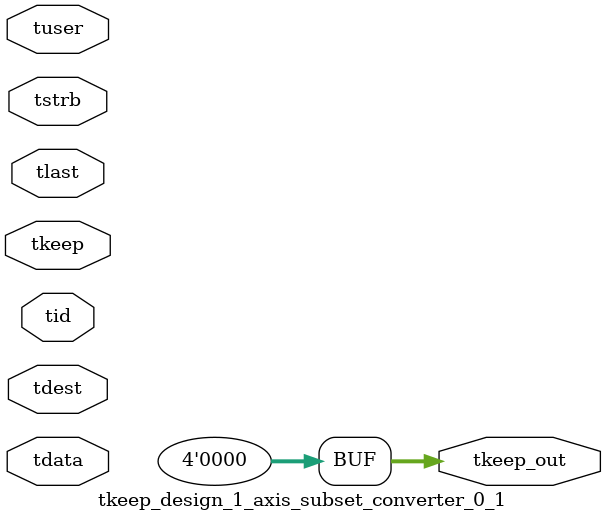
<source format=v>


`timescale 1ps/1ps

module tkeep_design_1_axis_subset_converter_0_1 #
(
parameter C_S_AXIS_TDATA_WIDTH = 32,
parameter C_S_AXIS_TUSER_WIDTH = 0,
parameter C_S_AXIS_TID_WIDTH   = 0,
parameter C_S_AXIS_TDEST_WIDTH = 0,
parameter C_M_AXIS_TDATA_WIDTH = 32
)
(
input  [(C_S_AXIS_TDATA_WIDTH == 0 ? 1 : C_S_AXIS_TDATA_WIDTH)-1:0     ] tdata,
input  [(C_S_AXIS_TUSER_WIDTH == 0 ? 1 : C_S_AXIS_TUSER_WIDTH)-1:0     ] tuser,
input  [(C_S_AXIS_TID_WIDTH   == 0 ? 1 : C_S_AXIS_TID_WIDTH)-1:0       ] tid,
input  [(C_S_AXIS_TDEST_WIDTH == 0 ? 1 : C_S_AXIS_TDEST_WIDTH)-1:0     ] tdest,
input  [(C_S_AXIS_TDATA_WIDTH/8)-1:0 ] tkeep,
input  [(C_S_AXIS_TDATA_WIDTH/8)-1:0 ] tstrb,
input                                                                    tlast,
output [(C_M_AXIS_TDATA_WIDTH/8)-1:0 ] tkeep_out
);

assign tkeep_out = {1'b0};

endmodule


</source>
